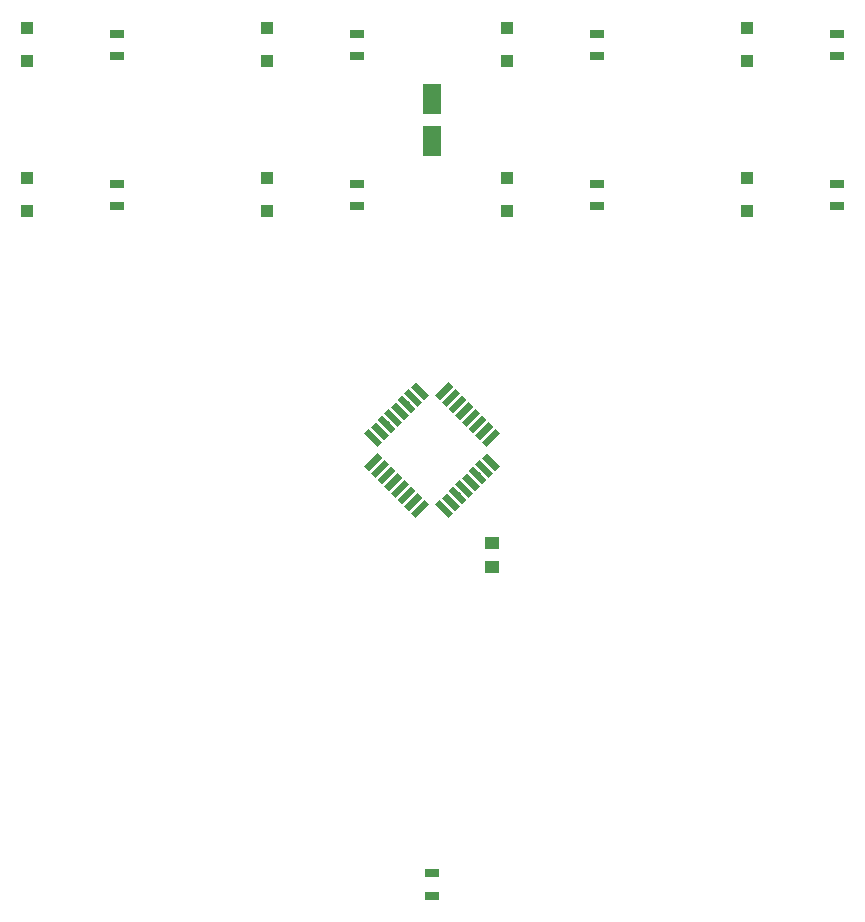
<source format=gbr>
G04 #@! TF.GenerationSoftware,KiCad,Pcbnew,5.0.0-fee4fd1~66~ubuntu16.04.1*
G04 #@! TF.CreationDate,2018-10-02T23:40:20+08:00*
G04 #@! TF.ProjectId,SubSequence,53756253657175656E63652E6B696361,rev?*
G04 #@! TF.SameCoordinates,Original*
G04 #@! TF.FileFunction,Paste,Bot*
G04 #@! TF.FilePolarity,Positive*
%FSLAX46Y46*%
G04 Gerber Fmt 4.6, Leading zero omitted, Abs format (unit mm)*
G04 Created by KiCad (PCBNEW 5.0.0-fee4fd1~66~ubuntu16.04.1) date Tue Oct  2 23:40:20 2018*
%MOMM*%
%LPD*%
G01*
G04 APERTURE LIST*
%ADD10R,1.600000X2.600000*%
%ADD11R,1.250000X1.000000*%
%ADD12R,1.100000X1.100000*%
%ADD13C,0.550000*%
%ADD14C,0.100000*%
%ADD15R,1.300000X0.700000*%
G04 APERTURE END LIST*
D10*
G04 #@! TO.C,C4*
X152400000Y-69110000D03*
X152400000Y-65510000D03*
G04 #@! TD*
D11*
G04 #@! TO.C,C3*
X157480000Y-103140000D03*
X157480000Y-105140000D03*
G04 #@! TD*
D12*
G04 #@! TO.C,D15*
X158750000Y-72260000D03*
X158750000Y-75060000D03*
G04 #@! TD*
G04 #@! TO.C,D14*
X179070000Y-75060000D03*
X179070000Y-72260000D03*
G04 #@! TD*
G04 #@! TO.C,D13*
X179070000Y-59560000D03*
X179070000Y-62360000D03*
G04 #@! TD*
G04 #@! TO.C,D12*
X118110000Y-62360000D03*
X118110000Y-59560000D03*
G04 #@! TD*
G04 #@! TO.C,D11*
X118110000Y-72260000D03*
X118110000Y-75060000D03*
G04 #@! TD*
G04 #@! TO.C,D10*
X138430000Y-62360000D03*
X138430000Y-59560000D03*
G04 #@! TD*
G04 #@! TO.C,D9*
X138430000Y-72260000D03*
X138430000Y-75060000D03*
G04 #@! TD*
G04 #@! TO.C,D16*
X158750000Y-62360000D03*
X158750000Y-59560000D03*
G04 #@! TD*
D13*
G04 #@! TO.C,U1*
X147414897Y-96275305D03*
D14*
G36*
X147786128Y-95515165D02*
X148175037Y-95904074D01*
X147043666Y-97035445D01*
X146654757Y-96646536D01*
X147786128Y-95515165D01*
X147786128Y-95515165D01*
G37*
D13*
X147980583Y-96840990D03*
D14*
G36*
X148351814Y-96080850D02*
X148740723Y-96469759D01*
X147609352Y-97601130D01*
X147220443Y-97212221D01*
X148351814Y-96080850D01*
X148351814Y-96080850D01*
G37*
D13*
X148546268Y-97406676D03*
D14*
G36*
X148917499Y-96646536D02*
X149306408Y-97035445D01*
X148175037Y-98166816D01*
X147786128Y-97777907D01*
X148917499Y-96646536D01*
X148917499Y-96646536D01*
G37*
D13*
X149111953Y-97972361D03*
D14*
G36*
X149483184Y-97212221D02*
X149872093Y-97601130D01*
X148740722Y-98732501D01*
X148351813Y-98343592D01*
X149483184Y-97212221D01*
X149483184Y-97212221D01*
G37*
D13*
X149677639Y-98538047D03*
D14*
G36*
X150048870Y-97777907D02*
X150437779Y-98166816D01*
X149306408Y-99298187D01*
X148917499Y-98909278D01*
X150048870Y-97777907D01*
X150048870Y-97777907D01*
G37*
D13*
X150243324Y-99103732D03*
D14*
G36*
X150614555Y-98343592D02*
X151003464Y-98732501D01*
X149872093Y-99863872D01*
X149483184Y-99474963D01*
X150614555Y-98343592D01*
X150614555Y-98343592D01*
G37*
D13*
X150809010Y-99669417D03*
D14*
G36*
X151180241Y-98909277D02*
X151569150Y-99298186D01*
X150437779Y-100429557D01*
X150048870Y-100040648D01*
X151180241Y-98909277D01*
X151180241Y-98909277D01*
G37*
D13*
X151374695Y-100235103D03*
D14*
G36*
X151745926Y-99474963D02*
X152134835Y-99863872D01*
X151003464Y-100995243D01*
X150614555Y-100606334D01*
X151745926Y-99474963D01*
X151745926Y-99474963D01*
G37*
D13*
X153425305Y-100235103D03*
D14*
G36*
X152665165Y-99863872D02*
X153054074Y-99474963D01*
X154185445Y-100606334D01*
X153796536Y-100995243D01*
X152665165Y-99863872D01*
X152665165Y-99863872D01*
G37*
D13*
X153990990Y-99669417D03*
D14*
G36*
X153230850Y-99298186D02*
X153619759Y-98909277D01*
X154751130Y-100040648D01*
X154362221Y-100429557D01*
X153230850Y-99298186D01*
X153230850Y-99298186D01*
G37*
D13*
X154556676Y-99103732D03*
D14*
G36*
X153796536Y-98732501D02*
X154185445Y-98343592D01*
X155316816Y-99474963D01*
X154927907Y-99863872D01*
X153796536Y-98732501D01*
X153796536Y-98732501D01*
G37*
D13*
X155122361Y-98538047D03*
D14*
G36*
X154362221Y-98166816D02*
X154751130Y-97777907D01*
X155882501Y-98909278D01*
X155493592Y-99298187D01*
X154362221Y-98166816D01*
X154362221Y-98166816D01*
G37*
D13*
X155688047Y-97972361D03*
D14*
G36*
X154927907Y-97601130D02*
X155316816Y-97212221D01*
X156448187Y-98343592D01*
X156059278Y-98732501D01*
X154927907Y-97601130D01*
X154927907Y-97601130D01*
G37*
D13*
X156253732Y-97406676D03*
D14*
G36*
X155493592Y-97035445D02*
X155882501Y-96646536D01*
X157013872Y-97777907D01*
X156624963Y-98166816D01*
X155493592Y-97035445D01*
X155493592Y-97035445D01*
G37*
D13*
X156819417Y-96840990D03*
D14*
G36*
X156059277Y-96469759D02*
X156448186Y-96080850D01*
X157579557Y-97212221D01*
X157190648Y-97601130D01*
X156059277Y-96469759D01*
X156059277Y-96469759D01*
G37*
D13*
X157385103Y-96275305D03*
D14*
G36*
X156624963Y-95904074D02*
X157013872Y-95515165D01*
X158145243Y-96646536D01*
X157756334Y-97035445D01*
X156624963Y-95904074D01*
X156624963Y-95904074D01*
G37*
D13*
X157385103Y-94224695D03*
D14*
G36*
X157756334Y-93464555D02*
X158145243Y-93853464D01*
X157013872Y-94984835D01*
X156624963Y-94595926D01*
X157756334Y-93464555D01*
X157756334Y-93464555D01*
G37*
D13*
X156819417Y-93659010D03*
D14*
G36*
X157190648Y-92898870D02*
X157579557Y-93287779D01*
X156448186Y-94419150D01*
X156059277Y-94030241D01*
X157190648Y-92898870D01*
X157190648Y-92898870D01*
G37*
D13*
X156253732Y-93093324D03*
D14*
G36*
X156624963Y-92333184D02*
X157013872Y-92722093D01*
X155882501Y-93853464D01*
X155493592Y-93464555D01*
X156624963Y-92333184D01*
X156624963Y-92333184D01*
G37*
D13*
X155688047Y-92527639D03*
D14*
G36*
X156059278Y-91767499D02*
X156448187Y-92156408D01*
X155316816Y-93287779D01*
X154927907Y-92898870D01*
X156059278Y-91767499D01*
X156059278Y-91767499D01*
G37*
D13*
X155122361Y-91961953D03*
D14*
G36*
X155493592Y-91201813D02*
X155882501Y-91590722D01*
X154751130Y-92722093D01*
X154362221Y-92333184D01*
X155493592Y-91201813D01*
X155493592Y-91201813D01*
G37*
D13*
X154556676Y-91396268D03*
D14*
G36*
X154927907Y-90636128D02*
X155316816Y-91025037D01*
X154185445Y-92156408D01*
X153796536Y-91767499D01*
X154927907Y-90636128D01*
X154927907Y-90636128D01*
G37*
D13*
X153990990Y-90830583D03*
D14*
G36*
X154362221Y-90070443D02*
X154751130Y-90459352D01*
X153619759Y-91590723D01*
X153230850Y-91201814D01*
X154362221Y-90070443D01*
X154362221Y-90070443D01*
G37*
D13*
X153425305Y-90264897D03*
D14*
G36*
X153796536Y-89504757D02*
X154185445Y-89893666D01*
X153054074Y-91025037D01*
X152665165Y-90636128D01*
X153796536Y-89504757D01*
X153796536Y-89504757D01*
G37*
D13*
X151374695Y-90264897D03*
D14*
G36*
X150614555Y-89893666D02*
X151003464Y-89504757D01*
X152134835Y-90636128D01*
X151745926Y-91025037D01*
X150614555Y-89893666D01*
X150614555Y-89893666D01*
G37*
D13*
X150809010Y-90830583D03*
D14*
G36*
X150048870Y-90459352D02*
X150437779Y-90070443D01*
X151569150Y-91201814D01*
X151180241Y-91590723D01*
X150048870Y-90459352D01*
X150048870Y-90459352D01*
G37*
D13*
X150243324Y-91396268D03*
D14*
G36*
X149483184Y-91025037D02*
X149872093Y-90636128D01*
X151003464Y-91767499D01*
X150614555Y-92156408D01*
X149483184Y-91025037D01*
X149483184Y-91025037D01*
G37*
D13*
X149677639Y-91961953D03*
D14*
G36*
X148917499Y-91590722D02*
X149306408Y-91201813D01*
X150437779Y-92333184D01*
X150048870Y-92722093D01*
X148917499Y-91590722D01*
X148917499Y-91590722D01*
G37*
D13*
X149111953Y-92527639D03*
D14*
G36*
X148351813Y-92156408D02*
X148740722Y-91767499D01*
X149872093Y-92898870D01*
X149483184Y-93287779D01*
X148351813Y-92156408D01*
X148351813Y-92156408D01*
G37*
D13*
X148546268Y-93093324D03*
D14*
G36*
X147786128Y-92722093D02*
X148175037Y-92333184D01*
X149306408Y-93464555D01*
X148917499Y-93853464D01*
X147786128Y-92722093D01*
X147786128Y-92722093D01*
G37*
D13*
X147980583Y-93659010D03*
D14*
G36*
X147220443Y-93287779D02*
X147609352Y-92898870D01*
X148740723Y-94030241D01*
X148351814Y-94419150D01*
X147220443Y-93287779D01*
X147220443Y-93287779D01*
G37*
D13*
X147414897Y-94224695D03*
D14*
G36*
X146654757Y-93853464D02*
X147043666Y-93464555D01*
X148175037Y-94595926D01*
X147786128Y-94984835D01*
X146654757Y-93853464D01*
X146654757Y-93853464D01*
G37*
G04 #@! TD*
D15*
G04 #@! TO.C,R2*
X166370000Y-61910000D03*
X166370000Y-60010000D03*
G04 #@! TD*
G04 #@! TO.C,R5*
X186690000Y-60010000D03*
X186690000Y-61910000D03*
G04 #@! TD*
G04 #@! TO.C,R6*
X125730000Y-61910000D03*
X125730000Y-60010000D03*
G04 #@! TD*
G04 #@! TO.C,R7*
X125730000Y-72710000D03*
X125730000Y-74610000D03*
G04 #@! TD*
G04 #@! TO.C,R8*
X146050000Y-61910000D03*
X146050000Y-60010000D03*
G04 #@! TD*
G04 #@! TO.C,R9*
X146050000Y-72710000D03*
X146050000Y-74610000D03*
G04 #@! TD*
G04 #@! TO.C,R4*
X186690000Y-74610000D03*
X186690000Y-72710000D03*
G04 #@! TD*
G04 #@! TO.C,R3*
X166370000Y-72710000D03*
X166370000Y-74610000D03*
G04 #@! TD*
G04 #@! TO.C,R1*
X152420320Y-131112220D03*
X152420320Y-133012220D03*
G04 #@! TD*
M02*

</source>
